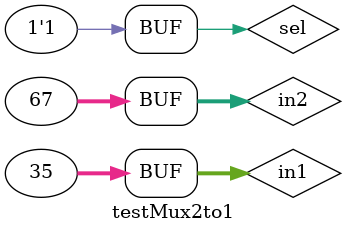
<source format=v>

`timescale 1 ns / 1 ns
module mux2to1(in1,in2,sel,out);
input[31:0] in1,in2;
input sel;
output[31:0]  out;

assign out = (sel==0)? in1 : 
(sel==1)? in2 :
 32'bx;

endmodule


















module testMux2to1();
reg[31:0] in1,in2;
reg sel;
wire[31:0] out;
mux2to1 newMux(in1,in2,sel,out);

initial
begin
in1=35;
in2 = 67;

sel = 0;

$monitor("%d %d %d %d\n",in1,in2,sel,out);

#5
sel = 1;


end


endmodule
</source>
